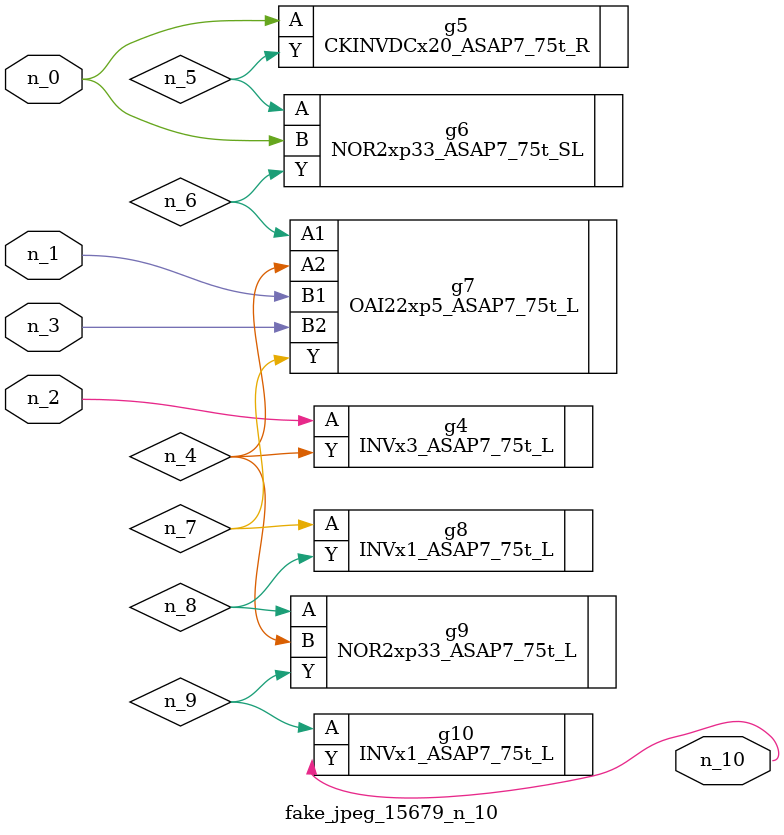
<source format=v>
module fake_jpeg_15679_n_10 (n_0, n_3, n_2, n_1, n_10);

input n_0;
input n_3;
input n_2;
input n_1;

output n_10;

wire n_4;
wire n_8;
wire n_9;
wire n_6;
wire n_5;
wire n_7;

INVx3_ASAP7_75t_L g4 ( 
.A(n_2),
.Y(n_4)
);

CKINVDCx20_ASAP7_75t_R g5 ( 
.A(n_0),
.Y(n_5)
);

NOR2xp33_ASAP7_75t_SL g6 ( 
.A(n_5),
.B(n_0),
.Y(n_6)
);

OAI22xp5_ASAP7_75t_L g7 ( 
.A1(n_6),
.A2(n_4),
.B1(n_1),
.B2(n_3),
.Y(n_7)
);

INVx1_ASAP7_75t_L g8 ( 
.A(n_7),
.Y(n_8)
);

NOR2xp33_ASAP7_75t_L g9 ( 
.A(n_8),
.B(n_4),
.Y(n_9)
);

INVx1_ASAP7_75t_L g10 ( 
.A(n_9),
.Y(n_10)
);


endmodule
</source>
